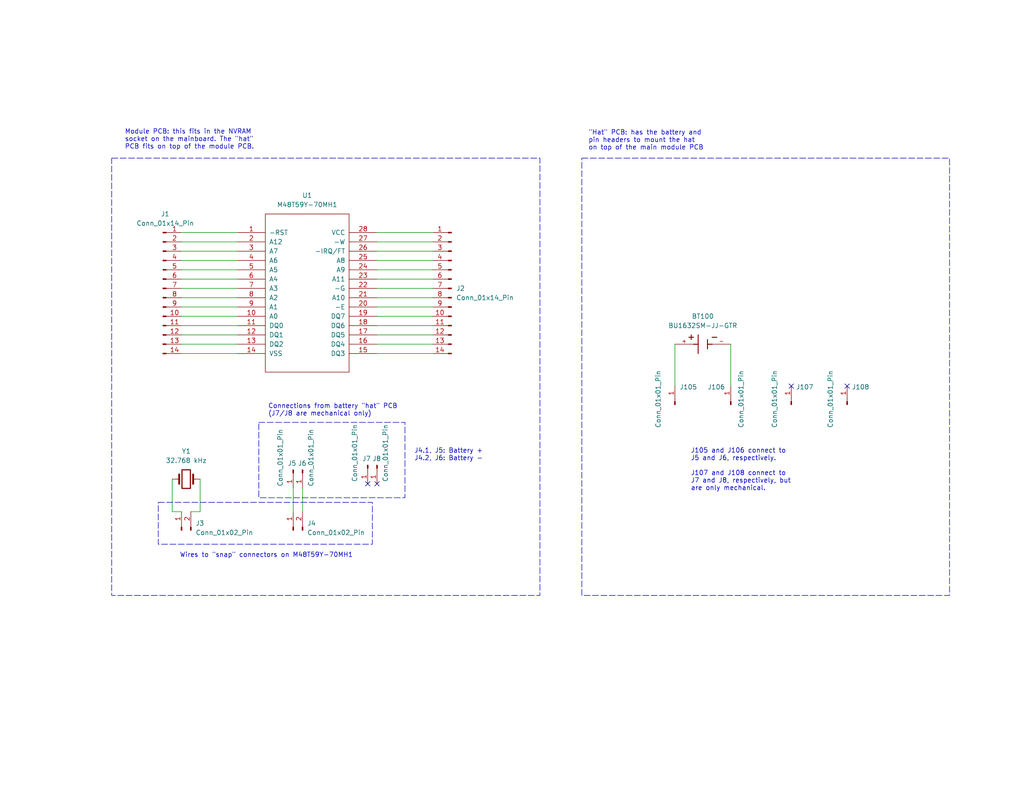
<source format=kicad_sch>
(kicad_sch (version 20231120) (generator "eeschema") (generator_version "8.0")
  (paper "USLetter")
  (title_block (title "Sun Blade 150 NVRAM module replacement") (company "daveho hacks"))
  (lib_symbols
    (symbol "BU1632SM-JJ-GTR:BU1632SM-JJ-GTR" (pin_names (offset 1.016))
      (property "Reference" "BT" (at -3.81 3.81 0))
      (property "Value" "BU1632SM-JJ-GTR" (at -3.81 -5.08 0))
      (symbol "BU1632SM-JJ-GTR_0_0"
        (polyline (pts (xy -3.81 1.905) (xy -2.54 1.905)) (stroke (width 0.254)))
        (polyline (pts (xy -3.175 2.54) (xy -3.175 1.27)) (stroke (width 0.254)))
        (polyline (pts (xy -1.27 0) (xy -2.54 0)) (stroke (width 0.254)))
        (polyline (pts (xy -1.27 0) (xy -1.27 -2.54)) (stroke (width 0.254)))
        (polyline (pts (xy -1.27 2.54) (xy -1.27 0)) (stroke (width 0.254)))
        (polyline (pts (xy 1.27 0) (xy 1.27 -1.27)) (stroke (width 0.254)))
        (polyline (pts (xy 1.27 0) (xy 2.54 0)) (stroke (width 0.254)))
        (polyline (pts (xy 1.27 1.27) (xy 1.27 0)) (stroke (width 0.254)))
        (polyline (pts (xy 2.54 1.905) (xy 3.81 1.905)) (stroke (width 0.254)))
        (pin passive line (at -7.62 0 0) (length 5.08) (name "~") (number "+"))
        (pin passive line (at 7.62 0 180) (length 5.08) (name "~") (number "-"))
      )
    )
    (symbol "Connector:Conn_01x01_Pin" (pin_names (offset 1.016) hide)
      (property "Reference" "J" (at 0 2.54 0))
      (property "Value" "Conn_01x01_Pin" (at 0 -2.54 0))
      (symbol "Conn_01x01_Pin_1_1"
        (polyline (pts (xy 1.27 0) (xy 0.8636 0)) (stroke (width 0.1524)))
        (rectangle (start 0.8636 0.127) (end 0 -0.127) (stroke (width 0.1524)) (fill (type outline)))
        (pin passive line (at 5.08 0 180) (length 3.81) (name "Pin_1") (number "1"))
      )
    )
    (symbol "Connector:Conn_01x02_Pin" (pin_names (offset 1.016) hide)
      (property "Reference" "J" (at 0 2.54 0))
      (property "Value" "Conn_01x02_Pin" (at 0 -5.08 0))
      (symbol "Conn_01x02_Pin_1_1"
        (polyline (pts (xy 1.27 -2.54) (xy 0.8636 -2.54)) (stroke (width 0.1524)))
        (polyline (pts (xy 1.27 0) (xy 0.8636 0)) (stroke (width 0.1524)))
        (rectangle (start 0.8636 -2.413) (end 0 -2.667) (stroke (width 0.1524)) (fill (type outline)))
        (rectangle (start 0.8636 0.127) (end 0 -0.127) (stroke (width 0.1524)) (fill (type outline)))
        (pin passive line (at 5.08 0 180) (length 3.81) (name "Pin_1") (number "1"))
        (pin passive line (at 5.08 -2.54 180) (length 3.81) (name "Pin_2") (number "2"))
      )
    )
    (symbol "Connector:Conn_01x14_Pin" (pin_names (offset 1.016) hide)
      (property "Reference" "J" (at 0 17.78 0))
      (property "Value" "Conn_01x14_Pin" (at 0 -20.32 0))
      (symbol "Conn_01x14_Pin_1_1"
        (polyline (pts (xy 1.27 -17.78) (xy 0.8636 -17.78)) (stroke (width 0.1524)))
        (polyline (pts (xy 1.27 -15.24) (xy 0.8636 -15.24)) (stroke (width 0.1524)))
        (polyline (pts (xy 1.27 -12.7) (xy 0.8636 -12.7)) (stroke (width 0.1524)))
        (polyline (pts (xy 1.27 -10.16) (xy 0.8636 -10.16)) (stroke (width 0.1524)))
        (polyline (pts (xy 1.27 -7.62) (xy 0.8636 -7.62)) (stroke (width 0.1524)))
        (polyline (pts (xy 1.27 -5.08) (xy 0.8636 -5.08)) (stroke (width 0.1524)))
        (polyline (pts (xy 1.27 -2.54) (xy 0.8636 -2.54)) (stroke (width 0.1524)))
        (polyline (pts (xy 1.27 0) (xy 0.8636 0)) (stroke (width 0.1524)))
        (polyline (pts (xy 1.27 2.54) (xy 0.8636 2.54)) (stroke (width 0.1524)))
        (polyline (pts (xy 1.27 5.08) (xy 0.8636 5.08)) (stroke (width 0.1524)))
        (polyline (pts (xy 1.27 7.62) (xy 0.8636 7.62)) (stroke (width 0.1524)))
        (polyline (pts (xy 1.27 10.16) (xy 0.8636 10.16)) (stroke (width 0.1524)))
        (polyline (pts (xy 1.27 12.7) (xy 0.8636 12.7)) (stroke (width 0.1524)))
        (polyline (pts (xy 1.27 15.24) (xy 0.8636 15.24)) (stroke (width 0.1524)))
        (rectangle (start 0.8636 -17.653) (end 0 -17.907) (stroke (width 0.1524)) (fill (type outline)))
        (rectangle (start 0.8636 -15.113) (end 0 -15.367) (stroke (width 0.1524)) (fill (type outline)))
        (rectangle (start 0.8636 -12.573) (end 0 -12.827) (stroke (width 0.1524)) (fill (type outline)))
        (rectangle (start 0.8636 -10.033) (end 0 -10.287) (stroke (width 0.1524)) (fill (type outline)))
        (rectangle (start 0.8636 -7.493) (end 0 -7.747) (stroke (width 0.1524)) (fill (type outline)))
        (rectangle (start 0.8636 -4.953) (end 0 -5.207) (stroke (width 0.1524)) (fill (type outline)))
        (rectangle (start 0.8636 -2.413) (end 0 -2.667) (stroke (width 0.1524)) (fill (type outline)))
        (rectangle (start 0.8636 0.127) (end 0 -0.127) (stroke (width 0.1524)) (fill (type outline)))
        (rectangle (start 0.8636 2.667) (end 0 2.413) (stroke (width 0.1524)) (fill (type outline)))
        (rectangle (start 0.8636 5.207) (end 0 4.953) (stroke (width 0.1524)) (fill (type outline)))
        (rectangle (start 0.8636 7.747) (end 0 7.493) (stroke (width 0.1524)) (fill (type outline)))
        (rectangle (start 0.8636 10.287) (end 0 10.033) (stroke (width 0.1524)) (fill (type outline)))
        (rectangle (start 0.8636 12.827) (end 0 12.573) (stroke (width 0.1524)) (fill (type outline)))
        (rectangle (start 0.8636 15.367) (end 0 15.113) (stroke (width 0.1524)) (fill (type outline)))
        (pin passive line (at 5.08 15.24 180) (length 3.81) (name "Pin_1") (number "1"))
        (pin passive line (at 5.08 -7.62 180) (length 3.81) (name "Pin_10") (number "10"))
        (pin passive line (at 5.08 -10.16 180) (length 3.81) (name "Pin_11") (number "11"))
        (pin passive line (at 5.08 -12.7 180) (length 3.81) (name "Pin_12") (number "12"))
        (pin passive line (at 5.08 -15.24 180) (length 3.81) (name "Pin_13") (number "13"))
        (pin passive line (at 5.08 -17.78 180) (length 3.81) (name "Pin_14") (number "14"))
        (pin passive line (at 5.08 12.7 180) (length 3.81) (name "Pin_2") (number "2"))
        (pin passive line (at 5.08 10.16 180) (length 3.81) (name "Pin_3") (number "3"))
        (pin passive line (at 5.08 7.62 180) (length 3.81) (name "Pin_4") (number "4"))
        (pin passive line (at 5.08 5.08 180) (length 3.81) (name "Pin_5") (number "5"))
        (pin passive line (at 5.08 2.54 180) (length 3.81) (name "Pin_6") (number "6"))
        (pin passive line (at 5.08 0 180) (length 3.81) (name "Pin_7") (number "7"))
        (pin passive line (at 5.08 -2.54 180) (length 3.81) (name "Pin_8") (number "8"))
        (pin passive line (at 5.08 -5.08 180) (length 3.81) (name "Pin_9") (number "9"))
      )
    )
    (symbol "Device:Crystal" (pin_numbers hide) (pin_names (offset 1.016) hide)
      (property "Reference" "Y" (at 0 3.81 0))
      (property "Value" "Crystal" (at 0 -3.81 0))
      (symbol "Crystal_0_1"
        (rectangle (start -1.143 2.54) (end 1.143 -2.54) (stroke (width 0.3048)))
        (polyline (pts (xy -2.54 0) (xy -1.905 0)))
        (polyline (pts (xy -1.905 -1.27) (xy -1.905 1.27)) (stroke (width 0.508)))
        (polyline (pts (xy 1.905 -1.27) (xy 1.905 1.27)) (stroke (width 0.508)))
        (polyline (pts (xy 2.54 0) (xy 1.905 0)))
      )
      (symbol "Crystal_1_1"
        (pin passive line (at -3.81 0 0) (length 1.27) (name "1") (number "1"))
        (pin passive line (at 3.81 0 180) (length 1.27) (name "2") (number "2"))
      )
    )
    (symbol "M48T59Y-70MH1:M48T59Y-70MH1" (pin_names (offset 1.016))
      (property "Reference" "U" (at 0 -2.54 0))
      (property "Value" "M48T59Y-70MH1" (at 0 2.54 0))
      (symbol "M48T59Y-70MH1_1_0"
        (rectangle (start -11.43 -21.59) (end 11.43 21.59))
      )
      (symbol "M48T59Y-70MH1_1_1"
        (pin input line (at -19.05 16.51 0) (length 7.62) (name "-RST") (number "1"))
        (pin input line (at -19.05 -6.35 0) (length 7.62) (name "A0") (number "10"))
        (pin bidirectional line (at -19.05 -8.89 0) (length 7.62) (name "DQ0") (number "11"))
        (pin bidirectional line (at -19.05 -11.43 0) (length 7.62) (name "DQ1") (number "12"))
        (pin bidirectional line (at -19.05 -13.97 0) (length 7.62) (name "DQ2") (number "13"))
        (pin power_in line (at -19.05 -16.51 0) (length 7.62) (name "VSS") (number "14"))
        (pin bidirectional line (at 19.05 -16.51 180) (length 7.62) (name "DQ3") (number "15"))
        (pin bidirectional line (at 19.05 -13.97 180) (length 7.62) (name "DQ4") (number "16"))
        (pin bidirectional line (at 19.05 -11.43 180) (length 7.62) (name "DQ5") (number "17"))
        (pin bidirectional line (at 19.05 -8.89 180) (length 7.62) (name "DQ6") (number "18"))
        (pin bidirectional line (at 19.05 -6.35 180) (length 7.62) (name "DQ7") (number "19"))
        (pin input line (at -19.05 13.97 0) (length 7.62) (name "A12") (number "2"))
        (pin input line (at 19.05 -3.81 180) (length 7.62) (name "-E") (number "20"))
        (pin input line (at 19.05 -1.27 180) (length 7.62) (name "A10") (number "21"))
        (pin input line (at 19.05 1.27 180) (length 7.62) (name "-G") (number "22"))
        (pin input line (at 19.05 3.81 180) (length 7.62) (name "A11") (number "23"))
        (pin input line (at 19.05 6.35 180) (length 7.62) (name "A9") (number "24"))
        (pin input line (at 19.05 8.89 180) (length 7.62) (name "A8") (number "25"))
        (pin output line (at 19.05 11.43 180) (length 7.62) (name "-IRQ/FT") (number "26"))
        (pin input line (at 19.05 13.97 180) (length 7.62) (name "-W") (number "27"))
        (pin power_in line (at 19.05 16.51 180) (length 7.62) (name "VCC") (number "28"))
        (pin input line (at -19.05 11.43 0) (length 7.62) (name "A7") (number "3"))
        (pin input line (at -19.05 8.89 0) (length 7.62) (name "A6") (number "4"))
        (pin input line (at -19.05 6.35 0) (length 7.62) (name "A5") (number "5"))
        (pin input line (at -19.05 3.81 0) (length 7.62) (name "A4") (number "6"))
        (pin input line (at -19.05 1.27 0) (length 7.62) (name "A3") (number "7"))
        (pin input line (at -19.05 -1.27 0) (length 7.62) (name "A2") (number "8"))
        (pin input line (at -19.05 -3.81 0) (length 7.62) (name "A1") (number "9"))
      )
    )
  )
  (no_connect (at 102.87 132.08))
  (no_connect (at 215.9 105.41))
  (no_connect (at 231.14 105.41))
  (no_connect (at 100.33 132.08))
  (wire (pts (xy 54.61 130.81) (xy 54.61 139.7)))
  (wire (pts (xy 49.53 96.52) (xy 64.77 96.52)))
  (wire (pts (xy 102.87 68.58) (xy 118.11 68.58)))
  (wire (pts (xy 102.87 91.44) (xy 118.11 91.44)))
  (wire (pts (xy 49.53 71.12) (xy 64.77 71.12)))
  (wire (pts (xy 102.87 83.82) (xy 118.11 83.82)))
  (wire (pts (xy 102.87 76.2) (xy 118.11 76.2)))
  (wire (pts (xy 49.53 66.04) (xy 64.77 66.04)))
  (wire (pts (xy 46.99 130.81) (xy 46.99 139.7)))
  (wire (pts (xy 49.53 81.28) (xy 64.77 81.28)))
  (wire (pts (xy 102.87 96.52) (xy 118.11 96.52)))
  (wire (pts (xy 102.87 71.12) (xy 118.11 71.12)))
  (wire (pts (xy 54.61 139.7) (xy 52.07 139.7)))
  (wire (pts (xy 102.87 78.74) (xy 118.11 78.74)))
  (wire (pts (xy 184.15 93.98) (xy 184.15 105.41)))
  (wire (pts (xy 82.55 133.35) (xy 82.55 139.7)))
  (wire (pts (xy 102.87 81.28) (xy 118.11 81.28)))
  (wire (pts (xy 102.87 86.36) (xy 118.11 86.36)))
  (wire (pts (xy 49.53 91.44) (xy 64.77 91.44)))
  (wire (pts (xy 102.87 88.9) (xy 118.11 88.9)))
  (wire (pts (xy 80.01 133.35) (xy 80.01 139.7)))
  (wire (pts (xy 49.53 76.2) (xy 64.77 76.2)))
  (wire (pts (xy 49.53 63.5) (xy 64.77 63.5)))
  (wire (pts (xy 49.53 73.66) (xy 64.77 73.66)))
  (wire (pts (xy 49.53 78.74) (xy 64.77 78.74)))
  (wire (pts (xy 102.87 93.98) (xy 118.11 93.98)))
  (wire (pts (xy 199.39 93.98) (xy 199.39 105.41)))
  (wire (pts (xy 102.87 63.5) (xy 118.11 63.5)))
  (wire (pts (xy 102.87 73.66) (xy 118.11 73.66)))
  (wire (pts (xy 49.53 93.98) (xy 64.77 93.98)))
  (wire (pts (xy 49.53 68.58) (xy 64.77 68.58)))
  (wire (pts (xy 49.53 83.82) (xy 64.77 83.82)))
  (wire (pts (xy 102.87 66.04) (xy 118.11 66.04)))
  (wire (pts (xy 49.53 86.36) (xy 64.77 86.36)))
  (wire (pts (xy 46.99 139.7) (xy 49.53 139.7)))
  (wire (pts (xy 49.53 88.9) (xy 64.77 88.9)))
  (rectangle (start 43.18 137.16) (end 101.6 148.59) (stroke (width 0) (type dash)))
  (rectangle (start 158.75 43.18) (end 259.08 162.56) (stroke (width 0) (type dash)))
  (rectangle (start 70.612 115.316) (end 110.49 135.89) (stroke (width 0) (type dash)))
  (rectangle (start 30.48 43.18) (end 147.32 162.56) (stroke (width 0) (type dash)))
  (text "Module PCB: this fits in the NVRAM\nsocket on the mainboard. The \"hat\"\nPCB fits on top of the module PCB." (at 34.036 38.1 0) (effects (font (size 1.27 1.27)) (justify left)))
  (text "Connections from battery \"hat\" PCB\n(J7/J8 are mechanical only)" (at 73.152 112.014 0) (effects (font (size 1.27 1.27)) (justify left)))
  (text "Wires to \"snap\" connectors on M48T59Y-70MH1" (at 49.022 151.638 0) (effects (font (size 1.27 1.27)) (justify left)))
  (text "\"Hat\" PCB: has the battery and\npin headers to mount the hat\non top of the main module PCB" (at 160.528 38.354 0) (effects (font (size 1.27 1.27)) (justify left)))
  (text "J105 and J106 connect to\nJ5 and J6, respectively.\n\nJ107 and J108 connect to\nJ7 and J8, respectively, but\nare only mechanical." (at 188.468 128.27 0) (effects (font (size 1.27 1.27)) (justify left)))
  (text "J4.1, J5: Battery +\nJ4.2, J6: Battery -" (at 113.03 124.206 0) (effects (font (size 1.27 1.27)) (justify left)))
  (symbol (lib_id "Device:Crystal") (at 50.8 130.81 0) (unit 1)
    (property "Reference" "Y1" (at 50.8 123.19 0))
    (property "Value" "32.768 kHz" (at 50.8 125.73 0))
    (property "Footprint" "Crystal:Crystal_C38-LF_D3.0mm_L8.0mm_Horizontal" (effects (hide yes)))
    (property "Description" "Two pin crystal" (effects (hide yes)))
  )
  (symbol (lib_id "Connector:Conn_01x14_Pin") (at 44.45 78.74 0) (unit 1)
    (property "Reference" "J1" (at 45.085 58.42 0))
    (property "Value" "Conn_01x14_Pin" (at 45.085 60.96 0))
    (property "Footprint" "SunBladeNVRAM:SAMTEC_BBL-114-T-E" (effects (hide yes)))
    (property "Description" "Generic connector, single row, 01x14, script generated" (effects (hide yes)))
  )
  (symbol (lib_id "Connector:Conn_01x01_Pin") (at 215.9 110.49 90) (unit 1)
    (property "Reference" "J107" (at 217.17 105.664 90) (effects (justify right)))
    (property "Value" "Conn_01x01_Pin" (at 211.328 101.092 0) (effects (justify right)))
    (property "Footprint" "Connector_PinHeader_2.54mm:PinHeader_1x01_P2.54mm_Vertical" (effects (hide yes)))
    (property "Description" "Generic connector, single row, 01x01, script generated" (effects (hide yes)))
  )
  (symbol (lib_id "Connector:Conn_01x01_Pin") (at 231.14 110.49 90) (unit 1)
    (property "Reference" "J108" (at 232.41 105.664 90) (effects (justify right)))
    (property "Value" "Conn_01x01_Pin" (at 226.568 101.092 0) (effects (justify right)))
    (property "Footprint" "Connector_PinHeader_2.54mm:PinHeader_1x01_P2.54mm_Vertical" (effects (hide yes)))
    (property "Description" "Generic connector, single row, 01x01, script generated" (effects (hide yes)))
  )
  (symbol (lib_id "BU1632SM-JJ-GTR:BU1632SM-JJ-GTR") (at 191.77 93.98 0) (unit 1)
    (property "Reference" "BT100" (at 191.77 86.36 0))
    (property "Value" "BU1632SM-JJ-GTR" (at 191.77 88.9 0))
    (property "Footprint" "SunBladeNVRAM:BAT_BU1632SM-JJ-GTR" (effects (hide yes)))
    (property "MF" "MPD (Memory Protection Devices)" (effects (hide yes)))
    (property "MAXIMUM_PACKAGE_HEIGHT" "5.3mm" (effects (hide yes)))
    (property "Package" "DFN-8 MPD" (effects (hide yes)))
    (property "Price" "None" (effects (hide yes)))
    (property "Check_prices" "https://www.snapeda.com/parts/BU1632SM-JJ-GTR/Memory+Protection+Devices/view-part/?ref=eda" (effects (hide yes)))
    (property "STANDARD" "Manufacturer recommendations" (effects (hide yes)))
    (property "PARTREV" "C" (effects (hide yes)))
    (property "SnapEDA_Link" "https://www.snapeda.com/parts/BU1632SM-JJ-GTR/Memory+Protection+Devices/view-part/?ref=snap" (effects (hide yes)))
    (property "MP" "BU1632SM-JJ-GTR" (effects (hide yes)))
    (property "Description_1" "\n                        \n                            Battery Holder (Open) Coin, 16.0mm 1 Cell SMD (SMT) Tab\n                        \n" (effects (hide yes)))
    (property "Availability" "In Stock" (effects (hide yes)))
    (property "MANUFACTURER" "MPD" (effects (hide yes)))
  )
  (symbol (lib_id "Connector:Conn_01x01_Pin") (at 82.55 128.27 270) (unit 1)
    (property "Reference" "J6" (at 81.28 126.492 90) (effects (justify left)))
    (property "Value" "Conn_01x01_Pin" (at 84.836 117.094 0) (effects (justify left)))
    (property "Footprint" "Connector_PinHeader_2.54mm:PinHeader_1x01_P2.54mm_Vertical" (effects (hide yes)))
    (property "Description" "Generic connector, single row, 01x01, script generated" (effects (hide yes)))
  )
  (symbol (lib_id "Connector:Conn_01x01_Pin") (at 199.39 110.49 90) (unit 1)
    (property "Reference" "J106" (at 193.04 105.664 90) (effects (justify right)))
    (property "Value" "Conn_01x01_Pin" (at 202.184 101.092 0) (effects (justify right)))
    (property "Footprint" "Connector_PinHeader_2.54mm:PinHeader_1x01_P2.54mm_Vertical" (effects (hide yes)))
    (property "Description" "Generic connector, single row, 01x01, script generated" (effects (hide yes)))
  )
  (symbol (lib_id "Connector:Conn_01x01_Pin") (at 100.33 127 270) (unit 1)
    (property "Reference" "J7" (at 98.806 125.222 90) (effects (justify left)))
    (property "Value" "Conn_01x01_Pin" (at 96.774 115.824 0) (effects (justify left)))
    (property "Footprint" "Connector_PinHeader_2.54mm:PinHeader_1x01_P2.54mm_Vertical" (effects (hide yes)))
    (property "Description" "Generic connector, single row, 01x01, script generated" (effects (hide yes)))
  )
  (symbol (lib_id "Connector:Conn_01x01_Pin") (at 102.87 127 270) (unit 1)
    (property "Reference" "J8" (at 101.6 125.222 90) (effects (justify left)))
    (property "Value" "Conn_01x01_Pin" (at 105.156 115.824 0) (effects (justify left)))
    (property "Footprint" "Connector_PinHeader_2.54mm:PinHeader_1x01_P2.54mm_Vertical" (effects (hide yes)))
    (property "Description" "Generic connector, single row, 01x01, script generated" (effects (hide yes)))
  )
  (symbol (lib_id "Connector:Conn_01x01_Pin") (at 184.15 110.49 90) (unit 1)
    (property "Reference" "J105" (at 185.42 105.664 90) (effects (justify right)))
    (property "Value" "Conn_01x01_Pin" (at 179.578 101.092 0) (effects (justify right)))
    (property "Footprint" "Connector_PinHeader_2.54mm:PinHeader_1x01_P2.54mm_Vertical" (effects (hide yes)))
    (property "Description" "Generic connector, single row, 01x01, script generated" (effects (hide yes)))
  )
  (symbol (lib_id "Connector:Conn_01x14_Pin") (at 123.19 78.74 0) (mirror y) (unit 1)
    (property "Reference" "J2" (at 124.46 78.7399 0) (effects (justify right)))
    (property "Value" "Conn_01x14_Pin" (at 124.46 81.2799 0) (effects (justify right)))
    (property "Footprint" "SunBladeNVRAM:SAMTEC_BBL-114-T-E" (effects (hide yes)))
    (property "Description" "Generic connector, single row, 01x14, script generated" (effects (hide yes)))
  )
  (symbol (lib_id "Connector:Conn_01x01_Pin") (at 80.01 128.27 270) (unit 1)
    (property "Reference" "J5" (at 78.486 126.492 90) (effects (justify left)))
    (property "Value" "Conn_01x01_Pin" (at 76.454 117.094 0) (effects (justify left)))
    (property "Footprint" "Connector_PinHeader_2.54mm:PinHeader_1x01_P2.54mm_Vertical" (effects (hide yes)))
    (property "Description" "Generic connector, single row, 01x01, script generated" (effects (hide yes)))
  )
  (symbol (lib_id "Connector:Conn_01x02_Pin") (at 49.53 144.78 90) (unit 1)
    (property "Reference" "J3" (at 53.34 142.8749 90) (effects (justify right)))
    (property "Value" "Conn_01x02_Pin" (at 53.34 145.4149 90) (effects (justify right)))
    (property "Footprint" "Connector_PinHeader_2.54mm:PinHeader_1x02_P2.54mm_Vertical" (effects (hide yes)))
    (property "Description" "Generic connector, single row, 01x02, script generated" (effects (hide yes)))
  )
  (symbol (lib_id "Connector:Conn_01x02_Pin") (at 80.01 144.78 90) (unit 1)
    (property "Reference" "J4" (at 83.82 142.8749 90) (effects (justify right)))
    (property "Value" "Conn_01x02_Pin" (at 83.82 145.4149 90) (effects (justify right)))
    (property "Footprint" "Connector_PinHeader_2.54mm:PinHeader_1x02_P2.54mm_Vertical" (effects (hide yes)))
    (property "Description" "Generic connector, single row, 01x02, script generated" (effects (hide yes)))
  )
  (symbol (lib_id "M48T59Y-70MH1:M48T59Y-70MH1") (at 83.82 80.01 0) (unit 1)
    (property "Reference" "U1" (at 83.82 53.34 0))
    (property "Value" "M48T59Y-70MH1" (at 83.82 55.88 0))
    (property "Footprint" "SunBladeNVRAM:M48T59Y-MH" (effects (hide yes)))
    (property "Datasheet" "DOCUMENTATION" (effects (hide yes)))
  )
)
</source>
